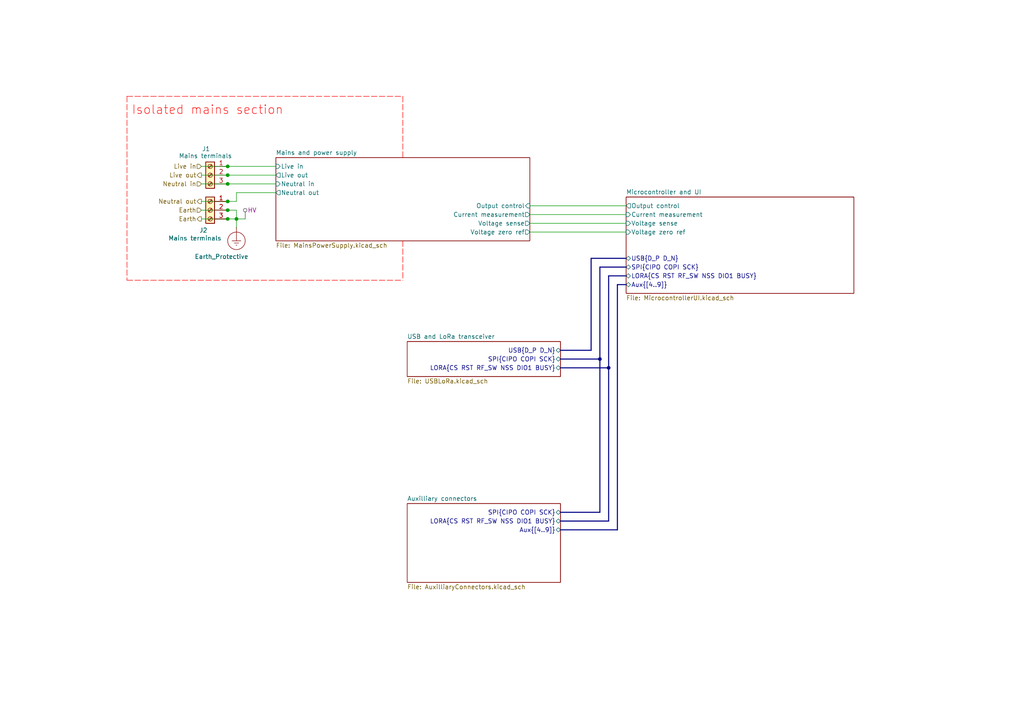
<source format=kicad_sch>
(kicad_sch (version 20250114) (generator "eeschema") (generator_version "9.0")
  (paper "A4")
  (title_block (title "Pump monitor - PCB") (date "2025-09-25") (rev "V0.0.0") (company "Jotham Gates") (comment 4 "Warning: Parts of this circuit operate at mains potential."))
  (lib_symbols
    (symbol "Connector:Screw_Terminal_01x03" (pin_names (offset 1.016) (hide yes))
      (property "Reference" "J" (at 0 5.08 0))
      (property "Value" "Screw_Terminal_01x03" (at 0 -5.08 0))
      (symbol "Screw_Terminal_01x03_1_1"
        (rectangle (start -1.27 3.81) (end 1.27 -3.81) (stroke (width 0.254)) (fill (type background)))
        (polyline (pts (xy -0.5334 2.8702) (xy 0.3302 2.032)) (stroke (width 0.1524)))
        (polyline (pts (xy -0.5334 0.3302) (xy 0.3302 -0.508)) (stroke (width 0.1524)))
        (polyline (pts (xy -0.5334 -2.2098) (xy 0.3302 -3.048)) (stroke (width 0.1524)))
        (polyline (pts (xy -0.3556 3.048) (xy 0.508 2.2098)) (stroke (width 0.1524)))
        (polyline (pts (xy -0.3556 0.508) (xy 0.508 -0.3302)) (stroke (width 0.1524)))
        (polyline (pts (xy -0.3556 -2.032) (xy 0.508 -2.8702)) (stroke (width 0.1524)))
        (circle (center 0 2.54) (radius 0.635) (stroke (width 0.1524)))
        (circle (center 0 0) (radius 0.635) (stroke (width 0.1524)))
        (circle (center 0 -2.54) (radius 0.635) (stroke (width 0.1524)))
        (pin passive line (at -5.08 2.54 0) (length 3.81) (name "Pin_1") (number "1"))
        (pin passive line (at -5.08 0 0) (length 3.81) (name "Pin_2") (number "2"))
        (pin passive line (at -5.08 -2.54 0) (length 3.81) (name "Pin_3") (number "3"))
      )
    )
    (symbol "power:Earth_Protective" (power) (pin_numbers (hide yes)) (pin_names (offset 0) (hide yes))
      (property "Value" "Earth_Protective" (at 0 -7.62 0))
      (symbol "Earth_Protective_0_1"
        (polyline (pts (xy -0.635 -4.445) (xy 0.635 -4.445)))
        (polyline (pts (xy -0.127 -5.08) (xy 0.127 -5.08)))
        (polyline (pts (xy 0 -3.81) (xy 0 0)))
        (circle (center 0 -3.81) (radius 2.54))
        (polyline (pts (xy 1.27 -3.81) (xy -1.27 -3.81)))
      )
      (symbol "Earth_Protective_1_1"
        (pin power_in line (at 0 0 270) (length 0) (name "~") (number "1"))
      )
    )
  )
  (text "Isolated mains section" (at 60.198 32.004 0) (effects (font (size 2.54 2.54))))
  (junction (at 66.04 63.5))
  (junction (at 66.04 58.42))
  (junction (at 66.04 53.34))
  (junction (at 66.04 60.96))
  (junction (at 66.04 48.26))
  (junction (at 66.04 50.8))
  (junction (at 173.99 104.14))
  (junction (at 68.58 63.5))
  (junction (at 176.53 106.68))
  (bus (pts (xy 171.45 101.6) (xy 171.45 74.93)))
  (polyline (pts (xy 116.84 27.94) (xy 116.84 45.72)) (stroke (width 0) (type dash) (color 255 0 0 1)))
  (bus (pts (xy 181.61 82.55) (xy 179.07 82.55)))
  (wire (pts (xy 153.67 62.23) (xy 181.61 62.23)))
  (bus (pts (xy 176.53 106.68) (xy 176.53 80.01)))
  (wire (pts (xy 58.42 58.42) (xy 66.04 58.42)))
  (wire (pts (xy 68.58 63.5) (xy 71.12 63.5)))
  (wire (pts (xy 68.58 55.88) (xy 68.58 58.42)))
  (wire (pts (xy 66.04 50.8) (xy 80.01 50.8)))
  (bus (pts (xy 171.45 74.93) (xy 181.61 74.93)))
  (wire (pts (xy 66.04 63.5) (xy 68.58 63.5)))
  (bus (pts (xy 162.56 104.14) (xy 173.99 104.14)))
  (wire (pts (xy 58.42 48.26) (xy 66.04 48.26)))
  (bus (pts (xy 173.99 77.47) (xy 173.99 104.14)))
  (polyline (pts (xy 116.84 69.85) (xy 116.84 81.28)) (stroke (width 0) (type dash) (color 255 0 0 1)))
  (bus (pts (xy 176.53 151.13) (xy 176.53 106.68)))
  (wire (pts (xy 153.67 64.77) (xy 181.61 64.77)))
  (wire (pts (xy 68.58 60.96) (xy 68.58 63.5)))
  (wire (pts (xy 58.42 63.5) (xy 66.04 63.5)))
  (polyline (pts (xy 36.83 81.28) (xy 116.84 81.28)) (stroke (width 0) (type dash) (color 255 0 0 1)))
  (polyline (pts (xy 36.83 27.94) (xy 36.83 81.28)) (stroke (width 0) (type dash) (color 255 0 0 1)))
  (wire (pts (xy 66.04 53.34) (xy 80.01 53.34)))
  (wire (pts (xy 66.04 48.26) (xy 80.01 48.26)))
  (bus (pts (xy 173.99 148.59) (xy 162.56 148.59)))
  (bus (pts (xy 181.61 77.47) (xy 173.99 77.47)))
  (bus (pts (xy 162.56 101.6) (xy 171.45 101.6)))
  (polyline (pts (xy 36.83 27.94) (xy 116.84 27.94)) (stroke (width 0) (type dash) (color 255 0 0 1)))
  (wire (pts (xy 153.67 59.69) (xy 181.61 59.69)))
  (wire (pts (xy 68.58 58.42) (xy 66.04 58.42)))
  (bus (pts (xy 176.53 80.01) (xy 181.61 80.01)))
  (wire (pts (xy 58.42 60.96) (xy 66.04 60.96)))
  (wire (pts (xy 68.58 63.5) (xy 68.58 66.04)))
  (bus (pts (xy 179.07 82.55) (xy 179.07 153.67)))
  (wire (pts (xy 153.67 67.31) (xy 181.61 67.31)))
  (bus (pts (xy 173.99 104.14) (xy 173.99 148.59)))
  (wire (pts (xy 66.04 60.96) (xy 68.58 60.96)))
  (wire (pts (xy 80.01 55.88) (xy 68.58 55.88)))
  (bus (pts (xy 162.56 153.67) (xy 179.07 153.67)))
  (wire (pts (xy 58.42 53.34) (xy 66.04 53.34)))
  (wire (pts (xy 58.42 50.8) (xy 66.04 50.8)))
  (bus (pts (xy 162.56 151.13) (xy 176.53 151.13)))
  (bus (pts (xy 162.56 106.68) (xy 176.53 106.68)))
  (hierarchical_label "Earth" (shape input) (at 58.42 60.96 180))
  (hierarchical_label "Live in" (shape input) (at 58.42 48.26 180))
  (hierarchical_label "Live out" (shape output) (at 58.42 50.8 180))
  (hierarchical_label "Neutral out" (shape output) (at 58.42 58.42 180))
  (hierarchical_label "Neutral in" (shape input) (at 58.42 53.34 180))
  (hierarchical_label "Earth" (shape output) (at 58.42 63.5 180))
  (netclass_flag "" (length 2.54) (shape round) (at 71.12 63.5 0) (property "Netclass" "HV" (at 71.8185 60.96 0) (effects (justify left))))
  (symbol (lib_id "Connector:Screw_Terminal_01x03") (at 60.96 50.8 0) (mirror y) (unit 1)
    (property "Reference" "J1" (at 60.96 43.18 0) (effects (justify left)))
    (property "Value" "Mains terminals" (at 67.31 45.212 0) (effects (justify left)))
    (property "Description" "Generic screw terminal, single row, 01x03, script generated (kicad-library-utils/schlib/autogen/connector/)" (effects (hide yes)))
  )
  (symbol (lib_id "power:Earth_Protective") (at 68.58 66.04 0) (unit 1)
    (property "Reference" "#PWR01" (effects (hide yes)))
    (property "Value" "Earth_Protective" (at 64.262 74.422 0))
    (property "Description" "Power symbol creates a global label with name \"Earth_Protective\"" (effects (hide yes)))
  )
  (symbol (lib_id "Connector:Screw_Terminal_01x03") (at 60.96 60.96 0) (mirror y) (unit 1)
    (property "Reference" "J2" (at 60.198 66.802 0) (effects (justify left)))
    (property "Value" "Mains terminals" (at 64.262 69.088 0) (effects (justify left)))
    (property "Description" "Generic screw terminal, single row, 01x03, script generated (kicad-library-utils/schlib/autogen/connector/)" (effects (hide yes)))
  )
  (sheet (at 118.11 146.05) (size 44.45 22.86) (stroke (width 0.1524))
    (property "Sheetname" "Auxilliary connectors" (at 118.11 145.3384 0) (effects (justify left bottom)))
    (property "Sheetfile" "AuxilliaryConnectors.kicad_sch" (at 118.11 169.4946 0) (effects (justify left top)))
    (pin "LORA{CS RST RF_SW NSS DIO1 BUSY}" bidirectional (at 162.56 151.13 0))
    (pin "Aux{[4..9]}" bidirectional (at 162.56 153.67 0))
    (pin "SPI{CIPO COPI SCK}" bidirectional (at 162.56 148.59 0))
  )
  (sheet (at 80.01 45.72) (size 73.66 24.13) (stroke (width 0.1524))
    (property "Sheetname" "Mains and power supply" (at 80.01 45.0084 0) (effects (justify left bottom)))
    (property "Sheetfile" "MainsPowerSupply.kicad_sch" (at 80.01 70.4346 0) (effects (justify left top)))
    (pin "Live in" input (at 80.01 48.26 180))
    (pin "Output control" input (at 153.67 59.69 0))
    (pin "Current measurement" output (at 153.67 62.23 0))
    (pin "Live out" output (at 80.01 50.8 180))
    (pin "Voltage sense" output (at 153.67 64.77 0))
    (pin "Voltage zero ref" output (at 153.67 67.31 0))
    (pin "Neutral in" input (at 80.01 53.34 180))
    (pin "Neutral out" output (at 80.01 55.88 180))
  )
  (sheet (at 181.61 57.15) (size 66.04 27.94) (stroke (width 0.1524))
    (property "Sheetname" "Microcontroller and UI" (at 181.61 56.4384 0) (effects (justify left bottom)))
    (property "Sheetfile" "MicrocontrollerUI.kicad_sch" (at 181.61 85.6746 0) (effects (justify left top)))
    (pin "USB{D_P D_N}" bidirectional (at 181.61 74.93 180))
    (pin "Voltage sense" input (at 181.61 64.77 180))
    (pin "Output control" output (at 181.61 59.69 180))
    (pin "Voltage zero ref" input (at 181.61 67.31 180))
    (pin "Current measurement" input (at 181.61 62.23 180))
    (pin "LORA{CS RST RF_SW NSS DIO1 BUSY}" bidirectional (at 181.61 80.01 180))
    (pin "SPI{CIPO COPI SCK}" bidirectional (at 181.61 77.47 180))
    (pin "Aux{[4..9]}" bidirectional (at 181.61 82.55 180))
  )
  (sheet (at 118.11 99.06) (size 44.45 10.16) (stroke (width 0.1524))
    (property "Sheetname" "USB and LoRa transceiver" (at 118.11 98.3484 0) (effects (justify left bottom)))
    (property "Sheetfile" "USBLoRa.kicad_sch" (at 118.11 109.8046 0) (effects (justify left top)))
    (pin "USB{D_P D_N}" bidirectional (at 162.56 101.6 0))
    (pin "LORA{CS RST RF_SW NSS DIO1 BUSY}" bidirectional (at 162.56 106.68 0))
    (pin "SPI{CIPO COPI SCK}" bidirectional (at 162.56 104.14 0))
  )
)
</source>
